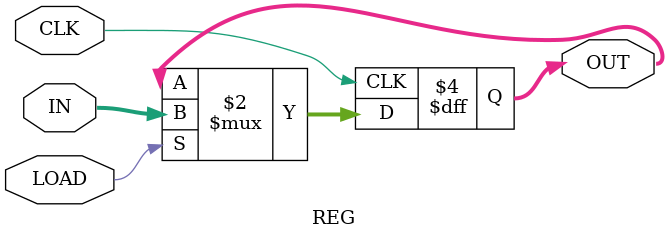
<source format=v>
module REG #(parameter SIZE=64) (
  input wire[SIZE-1:0] IN,
  output reg[SIZE-1:0] OUT,
  input wire LOAD,
  input wire CLK
);

  always @(posedge CLK) begin
    if (LOAD)
      OUT <= IN;
  end

endmodule
</source>
